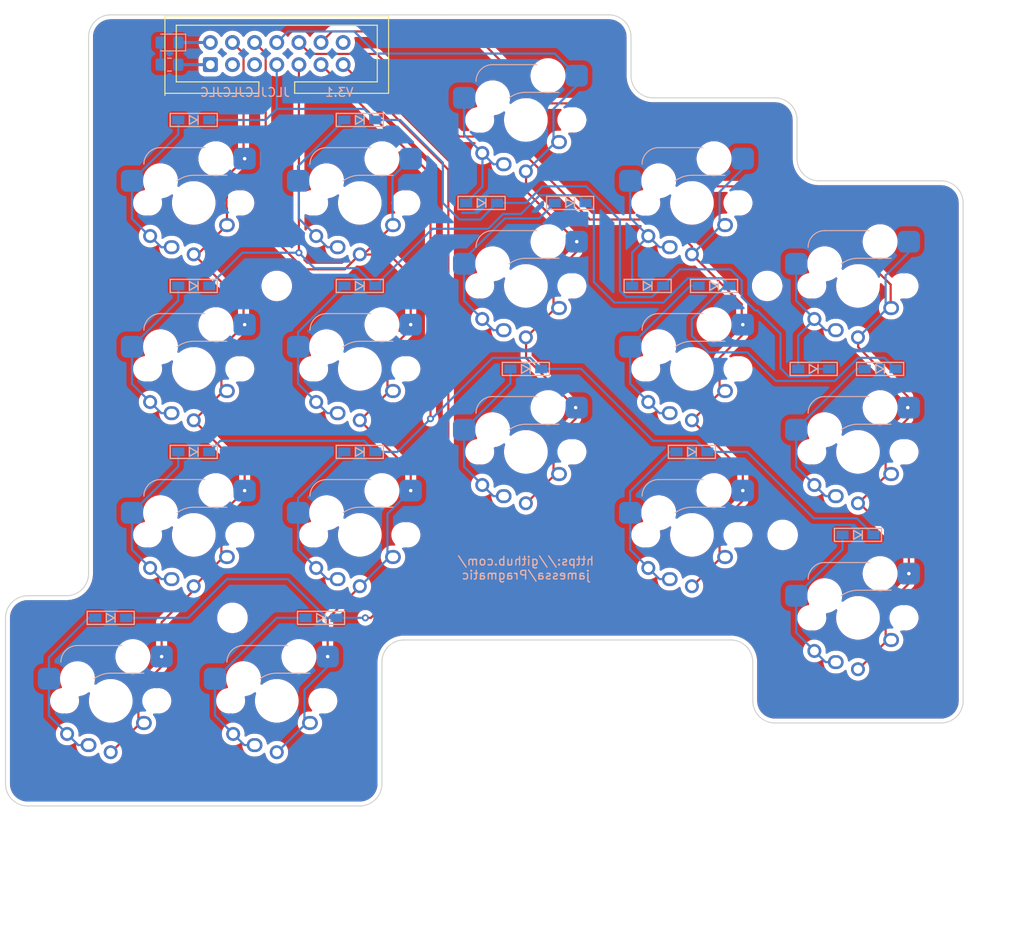
<source format=kicad_pcb>
(kicad_pcb (version 20211014) (generator pcbnew)
  (title_block (title "Pragmatic 34 input module") (date "2022-06-16") (rev "3.1") (company "James Sa"))
  (layers (0 "F.Cu" signal) (31 "B.Cu" signal) (34 "B.Paste" user) (35 "F.Paste" user) (36 "B.SilkS" user "B.Silkscreen") (37 "F.SilkS" user "F.Silkscreen") (38 "B.Mask" user) (39 "F.Mask" user) (44 "Edge.Cuts" user))
  (net 0 "")
  (net 1 "Net-(D1-Pad2)")
  (net 3 "Net-(D2-Pad2)")
  (net 4 "Col1")
  (net 5 "Net-(D7-Pad2)")
  (net 7 "Net-(D8-Pad2)")
  (net 8 "VCC")
  (net 9 "Col3")
  (net 10 "Col2")
  (net 11 "Row3")
  (net 12 "GND")
  (net 13 "Row4")
  (net 14 "Row5")
  (net 15 "Row6")
  (net 16 "Col5")
  (net 17 "Col4")
  (net 19 "Net-(D3-Pad2)")
  (net 20 "Net-(D4-Pad2)")
  (net 21 "Net-(D5-Pad2)")
  (net 22 "Net-(D6-Pad2)")
  (net 23 "Net-(D9-Pad2)")
  (net 24 "Net-(D10-Pad2)")
  (net 25 "Net-(D11-Pad2)")
  (net 26 "Net-(D12-Pad2)")
  (net 27 "Net-(D13-Pad2)")
  (net 28 "Net-(D14-Pad2)")
  (net 29 "Net-(D15-Pad2)")
  (net 30 "Net-(D16-Pad2)")
  (net 31 "Net-(D17-Pad2)")
  (net 32 "Net-(D18-Pad2)")
  (footprint "MountingHole:MountingHole_2.5mm" (layer "F.Cu") (at 76.2 66.675)
    (fp_text reference "H1")
    (fp_text value "MountingHole")
  )
  (footprint "MountingHole:MountingHole_2.5mm" (layer "F.Cu") (at 132.461 66.675)
    (fp_text reference "H2")
    (fp_text value "MountingHole")
  )
  (footprint "MountingHole:MountingHole_2.5mm" (layer "F.Cu") (at 71.12 104.775)
    (fp_text reference "H3")
    (fp_text value "MountingHole")
  )
  (footprint "MountingHole:MountingHole_2.5mm" (layer "F.Cu") (at 134.239 95.25)
    (fp_text reference "H4")
    (fp_text value "MountingHole")
  )
  (footprint "Connector_IDC:IDC-Header_2x07_P2.54mm_Vertical" (layer "F.Cu") (at 68.58 41.275 90)
    (fp_text reference "J1" hide)
    (fp_text value "Hand-Soldering")
  )
  (footprint "Pragmatic:Logo" (layer "F.Cu") (at 104.775 99.06)
    (fp_text reference "REF**" hide)
    (fp_text value "Logo" hide)
  )
  (footprint "Keyboard_Foostan:D3_SMD_v2" (layer "B.Cu") (at 66.675 47.625 180)
    (fp_text reference "D1" hide)
    (fp_text value "1N4148" hide)
  )
  (footprint "Keyboard_Foostan:D3_SMD_v2" (layer "B.Cu") (at 85.725 66.675 180)
    (fp_text reference "D7" hide)
    (fp_text value "1N4148" hide)
  )
  (footprint "Keyboard_Foostan:D3_SMD_v2" (layer "B.Cu") (at 109.855 57.15 180)
    (fp_text reference "D8" hide)
    (fp_text value "1N4148" hide)
  )
  (footprint "Keyboard_JSA:MX_Hotswap_MX_Choc_Solder" (layer "B.Cu") (at 66.675 57.15 180)
    (fp_text reference "SW1" hide)
    (fp_text value "SW_Push" hide)
  )
  (footprint "Keyboard_JSA:MX_Hotswap_MX_Choc_Solder" (layer "B.Cu") (at 85.725 76.2 180)
    (fp_text reference "SW7" hide)
    (fp_text value "SW_Push" hide)
  )
  (footprint "Keyboard_JSA:MX_Hotswap_MX_Choc_Solder" (layer "B.Cu") (at 104.775 66.675 180)
    (fp_text reference "SW8" hide)
    (fp_text value "SW_Push" hide)
  )
  (footprint "Keyboard_Foostan:D3_SMD_v2" (layer "B.Cu") (at 85.725 47.625 180)
    (fp_text reference "D2" hide)
    (fp_text value "1N4148" hide)
  )
  (footprint "Keyboard_JSA:MX_Hotswap_MX_Choc_Solder" (layer "B.Cu") (at 85.725 57.15 180)
    (fp_text reference "SW2" hide)
    (fp_text value "SW_Push" hide)
  )
  (footprint "Keyboard_Foostan:D3_SMD_v2" (layer "B.Cu") (at 99.695 57.15 180)
    (fp_text reference "D3" hide)
    (fp_text value "1N4148" hide)
  )
  (footprint "Keyboard_Foostan:D3_SMD_v2" (layer "B.Cu") (at 118.745 66.675 180)
    (fp_text reference "D4" hide)
    (fp_text value "1N4148" hide)
  )
  (footprint "Keyboard_Foostan:D3_SMD_v2" (layer "B.Cu") (at 137.795 76.2 180)
    (fp_text reference "D5" hide)
    (fp_text value "1N4148" hide)
  )
  (footprint "Keyboard_Foostan:D3_SMD_v2" (layer "B.Cu") (at 66.675 66.675 180)
    (fp_text reference "D6" hide)
    (fp_text value "1N4148" hide)
  )
  (footprint "Keyboard_Foostan:D3_SMD_v2" (layer "B.Cu") (at 126.365 66.675 180)
    (fp_text reference "D9" hide)
    (fp_text value "1N4148" hide)
  )
  (footprint "Keyboard_Foostan:D3_SMD_v2" (layer "B.Cu") (at 145.415 76.2 180)
    (fp_text reference "D10" hide)
    (fp_text value "1N4148" hide)
  )
  (footprint "Keyboard_Foostan:D3_SMD_v2" (layer "B.Cu") (at 66.675 85.725 180)
    (fp_text reference "D11" hide)
    (fp_text value "1N4148" hide)
  )
  (footprint "Keyboard_Foostan:D3_SMD_v2" (layer "B.Cu") (at 85.725 85.725 180)
    (fp_text reference "D12" hide)
    (fp_text value "1N4148" hide)
  )
  (footprint "Keyboard_Foostan:D3_SMD_v2" (layer "B.Cu") (at 104.775 76.2 180)
    (fp_text reference "D13" hide)
    (fp_text value "1N4148" hide)
  )
  (footprint "Keyboard_Foostan:D3_SMD_v2" (layer "B.Cu") (at 123.825 85.725 180)
    (fp_text reference "D14" hide)
    (fp_text value "1N4148" hide)
  )
  (footprint "Keyboard_Foostan:D3_SMD_v2" (layer "B.Cu") (at 142.875 95.25 180)
    (fp_text reference "D15" hide)
    (fp_text value "1N4148" hide)
  )
  (footprint "Keyboard_Foostan:D3_SMD_v2" (layer "B.Cu") (at 57.15 104.775 180)
    (fp_text reference "D16" hide)
    (fp_text value "1N4148" hide)
  )
  (footprint "Keyboard_Foostan:D3_SMD_v2" (layer "B.Cu") (at 81.28 104.775 180)
    (fp_text reference "D17" hide)
    (fp_text value "1N4148" hide)
  )
  (footprint "LED_SMD:LED_0805_2012Metric_Pad1.15x1.40mm_HandSolder" (layer "B.Cu") (at 63.89 38.735 180)
    (fp_text reference "D18" hide)
    (fp_text value "White LED")
  )
  (footprint "Keyboard_JSA:MX_Hotswap_MX_Choc_Solder" (layer "B.Cu") (at 104.775 47.625 180)
    (fp_text reference "SW3" hide)
    (fp_text value "SW_Push" hide)
  )
  (footprint "Keyboard_JSA:MX_Hotswap_MX_Choc_Solder" (layer "B.Cu") (at 123.825 57.15 180)
    (fp_text reference "SW4" hide)
    (fp_text value "SW_Push" hide)
  )
  (footprint "Keyboard_JSA:MX_Hotswap_MX_Choc_Solder" (layer "B.Cu") (at 142.875 66.675 180)
    (fp_text reference "SW5" hide)
    (fp_text value "SW_Push" hide)
  )
  (footprint "Keyboard_JSA:MX_Hotswap_MX_Choc_Solder" (layer "B.Cu") (at 66.675 76.2 180)
    (fp_text reference "SW6" hide)
    (fp_text value "SW_Push" hide)
  )
  (footprint "Keyboard_JSA:MX_Hotswap_MX_Choc_Solder" (layer "B.Cu") (at 123.825 76.2 180)
    (fp_text reference "SW9" hide)
    (fp_text value "SW_Push" hide)
  )
  (footprint "Keyboard_JSA:MX_Hotswap_MX_Choc_Solder" (layer "B.Cu") (at 142.875 85.725 180)
    (fp_text reference "SW10" hide)
    (fp_text value "SW_Push" hide)
  )
  (footprint "Keyboard_JSA:MX_Hotswap_MX_Choc_Solder" (layer "B.Cu") (at 66.675 95.25 180)
    (fp_text reference "SW11" hide)
    (fp_text value "SW_Push" hide)
  )
  (footprint "Keyboard_JSA:MX_Hotswap_MX_Choc_Solder" (layer "B.Cu") (at 85.725 95.25 180)
    (fp_text reference "SW12" hide)
    (fp_text value "SW_Push" hide)
  )
  (footprint "Keyboard_JSA:MX_Hotswap_MX_Choc_Solder" (layer "B.Cu") (at 104.775 85.725 180)
    (fp_text reference "SW13" hide)
    (fp_text value "SW_Push" hide)
  )
  (footprint "Keyboard_JSA:MX_Hotswap_MX_Choc_Solder" (layer "B.Cu") (at 123.825 95.25 180)
    (fp_text reference "SW14" hide)
    (fp_text value "SW_Push" hide)
  )
  (footprint "Keyboard_JSA:MX_Hotswap_MX_Choc_Solder" (layer "B.Cu") (at 142.875 104.775 180)
    (fp_text reference "SW15" hide)
    (fp_text value "SW_Push" hide)
  )
  (footprint "Keyboard_JSA:MX_Hotswap_MX_Choc_Solder" (layer "B.Cu") (at 57.15 114.3 180)
    (fp_text reference "SW16" hide)
    (fp_text value "SW_Push" hide)
  )
  (footprint "Keyboard_JSA:MX_Hotswap_MX_Choc_Solder" (layer "B.Cu") (at 76.2 114.3 180)
    (fp_text reference "SW17" hide)
    (fp_text value "SW_Push" hide)
  )
  (footprint "Resistor_SMD:R_0805_2012Metric_Pad1.20x1.40mm_HandSolder" (layer "B.Cu") (at 63.89 41.275 180)
    (fp_text reference "R1")
    (fp_text value "1.5K 1/8W")
  )
  (gr_arc (start 152.4 54.61) (mid 154.196051 55.353949) (end 154.94 57.15) (layer "Edge.Cuts") (width 0.12))
  (gr_line (start 135.89 52.07) (end 135.89 47.625) (layer "Edge.Cuts") (width 0.12))
  (gr_arc (start 54.61 99.695) (mid 53.866051 101.491051) (end 52.07 102.235) (layer "Edge.Cuts") (width 0.12))
  (gr_arc (start 114.3 35.56) (mid 116.096051 36.303949) (end 116.84 38.1) (layer "Edge.Cuts") (width 0.12))
  (gr_arc (start 128.27 107.315) (mid 130.066051 108.058949) (end 130.81 109.855) (layer "Edge.Cuts") (width 0.12))
  (gr_line (start 133.35 116.84) (end 152.4 116.84) (layer "Edge.Cuts") (width 0.12))
  (gr_arc (start 47.625 126.365) (mid 45.828949 125.621051) (end 45.085 123.825) (layer "Edge.Cuts") (width 0.12))
  (gr_line (start 128.27 107.315) (end 90.805 107.315) (layer "Edge.Cuts") (width 0.12))
  (gr_line (start 154.94 114.3) (end 154.94 57.15) (layer "Edge.Cuts") (width 0.12))
  (gr_arc (start 54.61 38.1) (mid 55.353949 36.303949) (end 57.15 35.56) (layer "Edge.Cuts") (width 0.12))
  (gr_line (start 45.085 104.775) (end 45.085 107.315) (layer "Edge.Cuts") (width 0.12))
  (gr_arc (start 88.265 123.825) (mid 87.521051 125.621051) (end 85.725 126.365) (layer "Edge.Cuts") (width 0.12))
  (gr_line (start 85.725 126.365) (end 50.165 126.365) (layer "Edge.Cuts") (width 0.12))
  (gr_line (start 45.085 123.825) (end 45.085 107.315) (layer "Edge.Cuts") (width 0.12))
  (gr_line (start 47.625 126.365) (end 50.165 126.365) (layer "Edge.Cuts") (width 0.12))
  (gr_arc (start 138.43 54.61) (mid 136.633949 53.866051) (end 135.89 52.07) (layer "Edge.Cuts") (width 0.12))
  (gr_line (start 116.84 38.1) (end 116.84 42.545) (layer "Edge.Cuts") (width 0.12))
  (gr_arc (start 119.38 45.085) (mid 117.583949 44.341051) (end 116.84 42.545) (layer "Edge.Cuts") (width 0.12))
  (gr_line (start 119.38 45.085) (end 133.35 45.085) (layer "Edge.Cuts") (width 0.12))
  (gr_line (start 95.25 35.56) (end 57.15 35.56) (layer "Edge.Cuts") (width 0.12))
  (gr_line (start 54.61 38.1) (end 54.61 99.695) (layer "Edge.Cuts") (width 0.12))
  (gr_arc (start 133.35 116.84) (mid 131.553949 116.096051) (end 130.81 114.3) (layer "Edge.Cuts") (width 0.12))
  (gr_line (start 130.81 109.855) (end 130.81 114.3) (layer "Edge.Cuts") (width 0.12))
  (gr_line (start 114.3 35.56) (end 95.25 35.56) (layer "Edge.Cuts") (width 0.12))
  (gr_arc (start 88.265 109.855) (mid 89.008949 108.058949) (end 90.805 107.315) (layer "Edge.Cuts") (width 0.12))
  (gr_arc (start 45.085 104.775) (mid 45.828949 102.978949) (end 47.625 102.235) (layer "Edge.Cuts") (width 0.12))
  (gr_line (start 52.07 102.235) (end 47.625 102.235) (layer "Edge.Cuts") (width 0.12))
  (gr_line (start 88.265 123.825) (end 88.265 109.855) (layer "Edge.Cuts") (width 0.12))
  (gr_arc (start 154.94 114.3) (mid 154.196051 116.096051) (end 152.4 116.84) (layer "Edge.Cuts") (width 0.12))
  (gr_arc (start 133.35 45.085) (mid 135.146051 45.828949) (end 135.89 47.625) (layer "Edge.Cuts") (width 0.12))
  (gr_line (start 152.4 54.61) (end 138.43 54.61) (layer "Edge.Cuts") (width 0.12))
  (gr_text "https://github.com/\njamessa/Pragmatic" (at 104.775 99.06) (layer "B.SilkS") (effects (font (size 1 1)) (justify mirror)))
  (gr_text "김" (at 113.665 95.885) (layer "B.SilkS") (effects (font (size 1 1)) (justify mirror)))
  (gr_text "V3.1" (at 85.09 44.45) (layer "B.SilkS") (effects (font (size 1 1)) (justify left mirror)))
  (gr_text "JLCJLCJLCJLC" (at 67.31 44.45) (layer "B.SilkS") (effects (font (size 1.016 1)) (justify right mirror)))
  (gr_text "김" (at 113.03 95.885) (layer "B.SilkS") (effects (font (size 1.5 1.5)) (justify mirror)))
  (segment (start 59.59 54.61) (end 59.59 58.955) (width 0.25) (layer "B.Cu") (net 1))
  (segment (start 59.59 58.955) (end 61.595 60.96) (width 0.25) (layer "B.Cu") (net 1))
  (segment (start 64.9 49.3) (end 59.59 54.61) (width 0.25) (layer "B.Cu") (net 1))
  (segment (start 64.9 47.625) (end 64.9 49.3) (width 0.25) (layer "B.Cu") (net 1))
  (segment (start 61.675 60.95) (end 62.955 62.23) (width 0.25) (layer "B.Cu") (net 1))
  (segment (start 62.955 62.23) (end 64.135 62.23) (width 0.25) (layer "B.Cu") (net 1))
  (segment (start 78.74 58.95) (end 78.74 54.71) (width 0.25) (layer "B.Cu") (net 3))
  (segment (start 82.005 62.23) (end 83.185 62.23) (width 0.25) (layer "B.Cu") (net 3))
  (segment (start 80.725 60.95) (end 82.005 62.23) (width 0.25) (layer "B.Cu") (net 3))
  (segment (start 78.64 54.61) (end 78.64 52.935) (width 0.25) (layer "B.Cu") (net 3))
  (segment (start 78.64 52.935) (end 83.95 47.625) (width 0.25) (layer "B.Cu") (net 3))
  (segment (start 80.75 60.96) (end 78.74 58.95) (width 0.25) (layer "B.Cu") (net 3))
  (segment (start 60.325 117.075) (end 57.175 120.225) (width 0.25) (layer "F.Cu") (net 4))
  (segment (start 60.325 113.03) (end 60.325 117.075) (width 0.25) (layer "F.Cu") (net 4))
  (segment (start 69.85 92.837) (end 69.85 98.025) (width 0.25) (layer "F.Cu") (net 4))
  (segment (start 72.517 71.12) (end 69.85 73.787) (width 0.25) (layer "F.Cu") (net 4))
  (segment (start 70.485 54.102) (end 70.485 56.546843) (width 0.25) (layer "F.Cu") (net 4))
  (segment (start 69.85 98.025) (end 66.7 101.175) (width 0.25) (layer "F.Cu") (net 4))
  (segment (start 72.39 51.943) (end 72.517 52.07) (width 0.25) (layer "F.Cu") (net 4))
  (segment (start 70.430479 56.601364) (end 70.430479 57.698636) (width 0.25) (layer "F.Cu") (net 4))
  (segment (start 70.485 56.546843) (end 70.430479 56.601364) (width 0.25) (layer "F.Cu") (net 4))
  (segment (start 66.7 63.075) (end 72.39 68.765) (width 0.25) (layer "F.Cu") (net 4))
  (segment (start 72.39 68.765) (end 72.39 71.12) (width 0.25) (layer "F.Cu") (net 4))
  (segment (start 62.992 110.363) (end 60.325 113.03) (width 0.25) (layer "F.Cu") (net 4))
  (segment (start 69.85 78.975) (end 66.7 82.125) (width 0.25) (layer "F.Cu") (net 4))
  (segment (start 70.430479 57.698636) (end 70.485 57.753157) (width 0.25) (layer "F.Cu") (net 4))
  (segment (start 72.517 87.942) (end 72.517 90.17) (width 0.25) (layer "F.Cu") (net 4))
  (segment (start 72.517 90.17) (end 69.85 92.837) (width 0.25) (layer "F.Cu") (net 4))
  (segment (start 72.517 52.07) (end 70.485 54.102) (width 0.25) (layer "F.Cu") (net 4))
  (segment (start 69.85 73.787) (end 69.85 78.975) (width 0.25) (layer "F.Cu") (net 4))
  (segment (start 66.7 82.125) (end 72.517 87.942) (width 0.25) (layer "F.Cu") (net 4))
  (segment (start 62.992 109.22) (end 62.992 110.363) (width 0.25) (layer "F.Cu") (net 4))
  (segment (start 70.485 59.69) (end 67.1 63.075) (width 0.25) (layer "F.Cu") (net 4))
  (segment (start 72.39 71.12) (end 72.517 71.12) (width 0.25) (layer "F.Cu") (net 4))
  (segment (start 66.7 101.575) (end 62.992 105.283) (width 0.25) (layer "F.Cu") (net 4))
  (segment (start 72.39 40.005) (end 72.39 51.943) (width 0.25) (layer "F.Cu") (net 4))
  (segment (start 66.7 101.175) (end 66.7 101.575) (width 0.25) (layer "F.Cu") (net 4))
  (segment (start 62.992 105.283) (end 62.992 109.22) (width 0.25) (layer "F.Cu") (net 4))
  (segment (start 70.485 57.753157) (end 70.485 59.69) (width 0.25) (layer "F.Cu") (net 4))
  (segment (start 71.12 38.735) (end 72.39 40.005) (width 0.25) (layer "F.Cu") (net 4))
  (via (at 72.517 71.12) (size 0.8) (drill 0.4) (layers "F.Cu" "B.Cu") (net 4))
  (via (at 72.517 90.17) (size 0.8) (drill 0.4) (layers "F.Cu" "B.Cu") (net 4))
  (via (at 62.992 109.22) (size 0.8) (drill 0.4) (layers "F.Cu" "B.Cu") (net 4))
  (via (at 72.517 52.07) (size 0.8) (drill 0.4) (layers "F.Cu" "B.Cu") (net 4))
  (segment (start 78.64 73.66) (end 78.64 71.985) (width 0.25) (layer "B.Cu") (net 5))
  (segment (start 82.005 81.28) (end 83.185 81.28) (width 0.25) (layer "B.Cu") (net 5))
  (segment (start 80.75 80.01) (end 78.64 77.9) (width 0.25) (layer "B.Cu") (net 5))
  (segment (start 80.725 80) (end 82.005 81.28) (width 0.25) (layer "B.Cu") (net 5))
  (segment (start 78.64 71.985) (end 83.95 66.675) (width 0.25) (layer "B.Cu") (net 5))
  (segment (start 78.64 77.9) (end 78.64 73.66) (width 0.25) (layer "B.Cu") (net 5))
  (segment (start 97.69 64.135) (end 97.69 68.375) (width 0.25) (layer "B.Cu") (net 7))
  (segment (start 97.69 68.375) (end 99.8 70.485) (width 0.25) (layer "B.Cu") (net 7))
  (segment (start 98.314026 62.975974) (end 98.314026 64.135) (width 0.25) (layer "B.Cu") (net 7))
  (segment (start 108.08 57.15) (end 106.306489 58.923511) (width 0.25) (layer "B.Cu") (net 7))
  (segment (start 101.055 71.755) (end 102.235 71.755) (width 0.25) (layer "B.Cu") (net 7))
  (segment (start 106.306489 58.923511) (end 102.366489 58.923511) (width 0.25) (layer "B.Cu") (net 7))
  (segment (start 99.775 70.475) (end 101.055 71.755) (width 0.25) (layer "B.Cu") (net 7))
  (segment (start 102.366489 58.923511) (end 98.314026 62.975974) (width 0.25) (layer "B.Cu") (net 7))
  (segment (start 64.89 41.275) (end 68.58 41.275) (width 0.3556) (layer "B.Cu") (net 8))
  (segment (start 107.95 88.5) (end 104.8 91.65) (width 0.25) (layer "F.Cu") (net 9))
  (segment (start 104.8 55.778) (end 104.8 53.55) (width 0.25) (layer "F.Cu") (net 9))
  (segment (start 110.617 61.595) (end 110.617 62.738) (width 0.25) (layer "F.Cu") (net 9))
  (segment (start 110.617 61.595) (end 104.8 55.778) (width 0.25) (layer "F.Cu") (net 9))
  (segment (start 104.8 72.6) (end 104.8 74.955) (width 0.25) (layer "F.Cu") (net 9))
  (segment (start 107.95 65.405) (end 107.95 69.45) (width 0.25) (layer "F.Cu") (net 9))
  (segment (start 110.49 81.915) (end 107.95 84.455) (width 0.25) (layer "F.Cu") (net 9))
  (segment (start 104.8 74.955) (end 110.49 80.645) (width 0.25) (layer "F.Cu") (net 9))
  (segment (start 107.95 69.45) (end 104.8 72.6) (width 0.25) (layer "F.Cu") (net 9))
  (segment (start 110.49 80.645) (end 110.49 81.915) (width 0.25) (layer "F.Cu") (net 9))
  (segment (start 107.95 84.455) (end 107.95 88.5) (width 0.25) (layer "F.Cu") (net 9))
  (segment (start 110.617 62.738) (end 107.95 65.405) (width 0.25) (layer "F.Cu") (net 9))
  (via (at 110.617 61.595) (size 0.8) (drill 0.4) (layers "F.Cu" "B.Cu") (net 9))
  (via (at 110.49 80.645) (size 0.8) (drill 0.4) (layers "F.Cu" "B.Cu") (net 9))
  (segment (start 110.617 43.688) (end 107.95 46.355) (width 0.25) (layer "B.Cu") (net 9))
  (segment (start 108.077 40.005) (end 110.617 42.545) (width 0.25) (layer "B.Cu") (net 9))
  (segment (start 76.2 38.735) (end 77.47 37.465) (width 0.25) (layer "B.Cu") (net 9))
  (segment (start 107.95 50.4) (end 104.8 53.55) (width 0.25) (layer "B.Cu") (net 9))
  (segment (start 110.617 42.545) (end 110.617 43.688) (width 0.25) (layer "B.Cu") (net 9))
  (segment (start 85.09 37.465) (end 87.63 40.005) (width 0.25) (layer "B.Cu") (net 9))
  (segment (start 87.63 40.005) (end 108.077 40.005) (width 0.25) (layer "B.Cu") (net 9))
  (segment (start 77.47 37.465) (end 85.09 37.465) (width 0.25) (layer "B.Cu") (net 9))
  (segment (start 107.95 46.355) (end 107.95 50.4) (width 0.25) (layer "B.Cu") (net 9))
  (segment (start 91.567 71.628) (end 91.567 71.12) (width 0.25) (layer "F.Cu") (net 10))
  (segment (start 82.042 104.883) (end 82.042 109.22) (width 0.25) (layer "F.Cu") (net 10))
  (segment (start 74.93 40.005) (end 74.93 60.325) (width 0.25) (layer "F.Cu") (net 10))
  (segment (start 79.375 64.77) (end 84.005 64.77) (width 0.25) (layer "F.Cu") (net 10))
  (segment (start 91.567 87.942) (end 85.75 82.125) (width 0.25) (layer "F.Cu") (net 10))
  (segment (start 91.567 71.12) (end 91.567 65.532) (width 0.25) (layer "F.Cu") (net 10))
  (segment (start 88.9 78.975) (end 88.9 74.295) (width 0.25) (layer "F.Cu") (net 10))
  (segment (start 84.005 64.77) (end 85.725 63.05) (width 0.25) (layer "F.Cu") (net 10))
  (segment (start 88.9 74.295) (end 91.567 71.628) (width 0.25) (layer "F.Cu") (net 10))
  (segment (start 91.567 65.532) (end 89.11 63.075) (width 0.25) (layer "F.Cu") (net 10))
  (segment (start 85.75 82.125) (end 88.9 78.975) (width 0.25) (layer "F.Cu") (net 10))
  (segment (start 85.75 101.175) (end 82.042 104.883) (width 0.25) (layer "F.Cu") (net 10))
  (segment (start 89.11 63.075) (end 85.75 63.075) (width 0.25) (layer "F.Cu") (net 10))
  (segment (start 91.567 90.17) (end 91.567 87.942) (width 0.25) (layer "F.Cu") (net 10))
  (segment (start 73.66 38.735) (end 74.93 40.005) (width 0.25) (layer "F.Cu") (net 10))
  (segment (start 86.175 63.05) (end 89.535 59.69) (width 0.25) (layer "F.Cu") (net 10))
  (segment (start 74.93 60.325) (end 79.375 64.77) (width 0.25) (layer "F.Cu") (net 10))
  (via (at 91.567 90.17) (size 0.8) (drill 0.4) (layers "F.Cu" "B.Cu") (net 10))
  (via (at 82.042 109.22) (size 0.8) (drill 0.4) (layers "F.Cu" "B.Cu") (net 10))
  (via (at 91.567 71.12) (size 0.8) (drill 0.4) (layers "F.Cu" "B.Cu") (net 10))
  (segment (start 85.75 101.175) (end 88.9 98.025) (width 0.25) (layer "B.Cu") (net 10))
  (segment (start 88.9 92.837) (end 91.567 90.17) (width 0.25) (layer "B.Cu") (net 10))
  (segment (start 82.042 109.22) (end 82.042 110.363) (width 0.25) (layer "B.Cu") (net 10))
  (segment (start 79.375 113.03) (end 79.375 117.075) (width 0.25) (layer "B.Cu") (net 10))
  (segment (start 79.375 117.075) (end 76.225 120.225) (width 0.25) (layer "B.Cu") (net 10))
  (segment (start 89.480479 54.156521) (end 91.567 52.07) (width 0.25) (layer "B.Cu") (net 10))
  (segment (start 82.042 110.363) (end 79.375 113.03) (width 0.25) (layer "B.Cu") (net 10))
  (segment (start 89.480479 59.635479) (end 89.480479 54.156521) (width 0.25) (layer "B.Cu") (net 10))
  (segment (start 88.9 98.025) (end 88.9 92.837) (width 0.25) (layer "B.Cu") (net 10))
  (segment (start 120.52 66.675) (end 122.425 64.77) (width 0.25) (layer "B.Cu") (net 11))
  (segment (start 137.098511 77.078511) (end 137.977022 76.2) (width 0.25) (layer "B.Cu") (net 11))
  (segment (start 137.977022 76.2) (end 139.57 76.2) (width 0.25) (layer "B.Cu") (net 11))
  (segment (start 111.682022 55.245) (end 115.57 59.132978) (width 0.25) (layer "B.Cu") (net 11))
  (segment (start 95.25 52.522978) (end 95.25 57.15) (width 0.25) (layer "B.Cu") (net 11))
  (segment (start 97.155 59.055) (end 99.565 59.055) (width 0.25) (layer "B.Cu") (net 11))
  (segment (start 115.57 59.132978) (end 115.57 67.232022) (width 0.25) (layer "B.Cu") (net 11))
  (segment (start 115.57 67.232022) (end 116.282978 67.945) (width 0.25) (layer "B.Cu") (net 11))
  (segment (start 106.68 55.245) (end 111.682022 55.245) (width 0.25) (layer "B.Cu") (net 11))
  (segment (start 76.2 46.355) (end 86.23 46.355) (width 0.25) (layer "B.Cu") (net 11))
  (segment (start 128.27 64.77) (end 129.54 66.04) (width 0.25) (layer "B.Cu") (net 11))
  (segment (start 86.23 46.355) (end 87.5 47.625) (width 0.25) (layer "B.Cu") (net 11))
  (segment (start 74.93 47.625) (end 68.45 47.625) (width 0.25) (layer "B.Cu") (net 11))
  (segment (start 104.775 57.15) (end 106.68 55.245) (width 0.25) (layer "B.Cu") (net 11))
  (segment (start 76.2 41.275) (end 76.2 46.355) (width 0.25) (layer "B.Cu") (net 11))
  (segment (start 95.25 57.15) (end 97.155 59.055) (width 0.25) (layer "B.Cu") (net 11))
  (segment (start 133.985 72.155978) (end 133.985 76.122022) (width 0.25) (layer "B.Cu") (net 11))
  (segment (start 90.352022 47.625) (end 95.25 52.522978) (width 0.25) (layer "B.Cu") (net 11))
  (segment (start 76.2 46.355) (end 74.93 47.625) (width 0.25) (layer "B.Cu") (net 11))
  (segment (start 129.54 66.04) (end 129.54 67.945) (width 0.25) (layer "B.Cu") (net 11))
  (segment (start 101.47 57.15) (end 104.775 57.15) (width 0.25) (layer "B.Cu") (net 11))
  (segment (start 116.282978 67.945) (end 119.25 67.945) (width 0.25) (layer "B.Cu") (net 11))
  (segment (start 87.5 47.625) (end 90.352022 47.625) (width 0.25) (layer "B.Cu") (net 11))
  (segment (start 119.25 67.945) (end 120.52 66.675) (width 0.25) (layer "B.Cu") (net 11))
  (segment (start 131.320511 69.491489) (end 133.985 72.155978) (width 0.25) (layer "B.Cu") (net 11))
  (segment (start 129.54 67.945) (end 131.086489 69.491489) (width 0.25) (layer "B.Cu") (net 11))
  (segment (start 134.941489 77.078511) (end 137.098511 77.078511) (width 0.25) (layer "B.Cu") (net 11))
  (segment (start 122.425 64.77) (end 128.27 64.77) (width 0.25) (layer "B.Cu") (net 11))
  (segment (start 133.985 76.122022) (end 134.941489 77.078511) (width 0.25) (layer "B.Cu") (net 11))
  (segment (start 131.086489 69.491489) (end 131.320511 69.491489) (width 0.25) (layer "B.Cu") (net 11))
  (segment (start 99.565 59.055) (end 101.47 57.15) (width 0.25) (layer "B.Cu") (net 11))
  (segment (start 68.58 38.735) (end 64.915 38.735) (width 0.3556) (layer "B.Cu") (net 12))
  (segment (start 78.74 41.275) (end 78.74 62.865) (width 0.25) (layer "F.Cu") (net 13))
  (via (at 78.74 62.865) (size 0.8) (drill 0.4) (layers "F.Cu" "B.Cu") (net 13))
  (segment (start 106.365583 56.271489) (end 110.751489 56.271489) (width 0.25) (layer "B.Cu") (net 13))
  (segment (start 123.355533 65.796489) (end 120.572022 68.58) (width 0.25) (layer "B.Cu") (net 13))
  (segment (start 123.825 72.39) (end 125.73 74.295) (width 0.25) (layer "B.Cu") (net 13))
  (segment (start 123.825 70.485) (end 123.825 72.39) (width 0.25) (layer "B.Cu") (net 13))
  (segment (start 128.14 66.675) (end 127.635 66.675) (width 0.25) (layer "B.Cu") (net 13))
  (segment (start 72.26 62.865) (end 78.74 62.865) (width 0.25) (layer "B.Cu") (net 13))
  (segment (start 87.5 66.675) (end 85.463511 64.638511) (width 0.25) (layer "B.Cu") (net 13))
  (segment (start 127.635 66.675) (end 123.825 70.485) (width 0.25) (layer "B.Cu") (net 13))
  (segment (start 100.461489 60.116439) (end 102.157928 58.42) (width 0.25) (layer "B.Cu") (net 13))
  (segment (start 120.572022 68.58) (end 114.935 68.58) (width 0.25) (layer "B.Cu") (net 13))
  (segment (start 111.83 57.15) (end 111.63 57.15) (width 0.25) (layer "B.Cu") (net 13))
  (segment (start 133.462022 77.582022) (end 140.222978 77.582022) (width 0.25) (layer "B.Cu") (net 13))
  (segment (start 85.463511 64.638511) (end 80.513511 64.638511) (width 0.25) (layer "B.Cu") (net 13))
  (segment (start 112.58 66.225) (end 112.58 57.9) (width 0.25) (layer "B.Cu") (net 13))
  (segment (start 128.14 66.675) (end 127.261489 65.796489) (width 0.25) (layer "B.Cu") (net 13))
  (segment (start 94.058561 60.116439) (end 100.461489 60.116439) (width 0.25) (layer "B.Cu") (net 13))
  (segment (start 68.45 66.675) (end 72.26 62.865) (width 0.25) (layer "B.Cu") (net 13))
  (segment (start 127.261489 65.796489) (end 123.355533 65.796489) (width 0.25) (layer "B.Cu") (net 13))
  (segment (start 87.5 66.675) (end 94.058561 60.116439) (width 0.25) (layer "B.Cu") (net 13))
  (segment (start 125.73 74.295) (end 130.175 74.295) (width 0.25) (layer "B.Cu") (net 13))
  (segment (start 130.175 74.295) (end 133.462022 77.582022) (width 0.25) (layer "B.Cu") (net 13))
  (segment (start 80.513511 64.638511) (end 78.74 62.865) (width 0.25) (layer "B.Cu") (net 13))
  (segment (start 140.222978 77.582022) (end 142.875 74.93) (width 0.25) (layer "B.Cu") (net 13))
  (segment (start 110.751489 56.271489) (end 111.63 57.15) (width 0.25) (layer "B.Cu") (net 13))
  (segment (start 142.875 74.93) (end 145.92 74.93) (width 0.25) (layer "B.Cu") (net 13))
  (segment (start 102.157928 58.42) (end 104.217072 58.42) (width 0.25) (layer "B.Cu") (net 13))
  (segment (start 114.935 68.58) (end 112.58 66.225) (width 0.25) (layer "B.Cu") (net 13))
  (segment (start 145.92 74.93) (end 147.19 76.2) (width 0.25) (layer "B.Cu") (net 13))
  (segment (start 112.58 57.9) (end 111.83 57.15) (width 0.25) (layer "B.Cu") (net 13))
  (segment (start 104.217072 58.42) (end 106.365583 56.271489) (width 0.25) (layer "B.Cu") (net 13))
  (segment (start 93.8365 53.8315) (end 93.8365 81.915) (width 0.25) (layer "F.Cu") (net 14))
  (segment (start 81.28 41.275) (end 93.8365 53.8315) (width 0.25) (layer "F.Cu") (net 14))
  (via (at 93.8365 81.915) (size 0.8) (drill 0.4) (layers "F.Cu" "B.Cu") (net 14))
  (segment (start 106.55 76.2) (end 111.125 76.2) (width 0.25) (layer "B.Cu") (net 14))
  (segment (start 137.795 93.345) (end 142.745 93.345) (width 0.25) (layer "B.Cu") (net 14))
  (segment (start 86.23 84.455) (end 87.5 85.725) (width 0.25) (layer "B.Cu") (net 14))
  (segment (start 111.125 76.2) (end 119.38 84.455) (width 0.25) (layer "B.Cu") (net 14))
  (segment (start 142.745 93.345) (end 144.65 95.25) (width 0.25) (layer "B.Cu") (net 14))
  (segment (start 87.5 85.725) (end 90.0265 85.725) (width 0.25) (layer "B.Cu") (net 14))
  (segment (start 90.0265 85.725) (end 93.8365 81.915) (width 0.25) (layer "B.Cu") (net 14))
  (segment (start 68.45 85.725) (end 69.72 84.455) (width 0.25) (layer "B.Cu") (net 14))
  (segment (start 124.33 84.455) (end 125.6 85.725) (width 0.25) (layer "B.Cu") (net 14))
  (segment (start 69.72 84.455) (end 86.23 84.455) (width 0.25) (layer "B.Cu") (net 14))
  (segment (start 93.98 81.915) (end 93.8365 81.915) (width 0.25) (layer "B.Cu") (net 14))
  (segment (start 119.38 84.455) (end 124.33 84.455) (width 0.25) (layer "B.Cu") (net 14))
  (segment (start 125.6 85.725) (end 130.175 85.725) (width 0.25) (layer "B.Cu") (net 14))
  (segment (start 106.55 76.2) (end 105.28 74.93) (width 0.25) (layer "B.Cu") (net 14))
  (segment (start 100.965 74.93) (end 93.98 81.915) (width 0.25) (layer "B.Cu") (net 14))
  (segment (start 105.28 74.93) (end 100.965 74.93) (width 0.25) (layer "B.Cu") (net 14))
  (segment (start 130.175 85.725) (end 137.795 93.345) (width 0.25) (layer "B.Cu") (net 14))
  (segment (start 95.885 95.885) (end 86.995 104.775) (width 0.25) (layer "F.Cu") (net 15))
  (segment (start 83.82 41.275) (end 95.885 53.34) (width 0.25) (layer "F.Cu") (net 15))
  (segment (start 86.995 104.775) (end 86.36 104.775) (width 0.25) (layer "F.Cu") (net 15))
  (segment (start 95.885 53.34) (end 95.885 95.885) (width 0.25) (layer "F.Cu") (net 15))
  (via (at 86.36 104.775) (size 0.8) (drill 0.4) (layers "F.Cu" "B.Cu") (net 15))
  (segment (start 77.47 100.33) (end 70.485 100.33) (width 0.25) (layer "B.Cu") (net 15))
  (segment (start 66.04 104.775) (end 58.925 104.775) (width 0.25) (layer "B.Cu") (net 15))
  (segment (start 81.915 104.775) (end 77.47 100.33) (width 0.25) (layer "B.Cu") (net 15))
  (segment (start 86.36 104.775) (end 81.915 104.775) (width 0.25) (layer "B.Cu") (net 15))
  (segment (start 70.485 100.33) (end 66.04 104.775) (width 0.25) (layer "B.Cu") (net 15))
  (segment (start 106.771541 45.72) (end 116.149513 45.72) (width 0.25) (layer "F.Cu") (net 16))
  (segment (start 142.9 73.685) (end 148.59 79.375) (width 0.25) (layer "F.Cu") (net 16))
  (segment (start 148.717 100.838) (end 146.05 103.505) (width 0.25) (layer "F.Cu") (net 16))
  (segment (start 146.630479 69.160479) (end 146.685 69.215) (width 0.25) (layer "F.Cu") (net 16))
  (segment (start 98.516541 37.465) (end 106.771541 45.72) (width 0.25) (layer "F.Cu") (net 16))
  (segment (start 116.149513 45.72) (end 125.674513 55.245) (width 0.25) (layer "F.Cu") (net 16))
  (segment (start 81.28 38.735) (end 82.55 37.465) (width 0.25) (layer "F.Cu") (net 16))
  (segment (start 125.674513 55.245) (end 135.346541 55.245) (width 0.25) (layer "F.Cu") (net 16))
  (segment (start 148.717 99.695) (end 148.717 100.838) (width 0.25) (layer "F.Cu") (net 16))
  (segment (start 146.05 107.55) (end 142.9 110.7) (width 0.25) (layer "F.Cu") (net 16))
  (segment (start 82.55 37.465) (end 98.516541 37.465) (width 0.25) (layer "F.Cu") (net 16))
  (segment (start 146.630479 66.528938) (end 146.630479 69.160479) (width 0.25) (layer "F.Cu") (net 16))
  (segment (start 146.05 103.505) (end 146.05 107.55) (width 0.25) (layer "F.Cu") (net 16))
  (segment (start 148.59 79.375) (end 148.59 80.645) (width 0.25) (layer "F.Cu") (net 16))
  (segment (start 142.9 91.65) (end 146.05 88.5) (width 0.25) (layer "F.Cu") (net 16))
  (segment (start 146.05 84.455) (end 148.59 81.915) (width 0.25) (layer "F.Cu") (net 16))
  (segment (start 143.085 91.65) (end 148.717 97.282) (width 0.25) (layer "F.Cu") (net 16))
  (segment (start 148.717 97.282) (end 148.717 99.695) (width 0.25) (layer "F.Cu") (net 16))
  (segment (start 135.346541 55.245) (end 146.630479 66.528938) (width 0.25) (layer "F.Cu") (net 16))
  (segment (start 142.9 72.6) (end 142.9 73.685) (width 0.25) (layer "F.Cu") (net 16))
  (segment (start 148.59 81.915) (end 148.59 80.645) (width 0.25) (layer "F.Cu") (net 16))
  (segment (start 146.05 88.5) (end 146.05 84.455) (width 0.25) (layer "F.Cu") (net 16))
  (via (at 148.59 80.645) (size 0.8) (drill 0.4) (layers "F.Cu" "B.Cu") (net 16))
  (via (at 148.717 99.695) (size 0.8) (drill 0.4) (layers "F.Cu" "B.Cu") (net 16))
  (segment (start 148.717 61.595) (end 148.717 62.8015) (width 0.25) (layer "B.Cu") (net 16))
  (segment (start 148.717 62.8015) (end 146.05 65.4685) (width 0.25) (layer "B.Cu") (net 16))
  (segment (start 146.05 65.4685) (end 146.05 69.45) (width 0.25) (layer "B.Cu") (net 16))
  (segment (start 146.05 69.45) (end 142.9 72.6) (width 0.25) (layer "B.Cu") (net 16))
  (segment (start 127 78.975) (end 123.85 82.125) (width 0.25) (layer "F.Cu") (net 17))
  (segment (start 123.85 63.075) (end 129.54 68.765) (width 0.25) (layer "F.Cu") (net 17))
  (segment (start 129.667 91.313) (end 129.667 90.17) (width 0.25) (layer "F.Cu") (net 17))
  (segment (start 129.667 72.263) (end 127 74.93) (width 0.25) (layer "F.Cu") (net 17))
  (segment (start 127 98.025) (end 127 93.98) (width 0.25) (layer "F.Cu") (net 17))
  (segment (start 127 93.98) (end 129.667 91.313) (width 0.25) (layer "F.Cu") (net 17))
  (segment (start 129.667 87.942) (end 123.85 82.125) (width 0.25) (layer "F.Cu") (net 17))
  (segment (start 102.584546 49.53) (end 112.109546 59.055) (width 0.25) (layer "F.Cu") (net 17))
  (segment (start 78.74 38.735) (end 80.051489 40.046489) (width 0.25) (layer "F.Cu") (net 17))
  (segment (start 129.54 68.765) (end 129.54 71.755) (width 0.25) (layer "F.Cu") (net 17))
  (segment (start 123.85 101.175) (end 127 98.025) (width 0.25) (layer "F.Cu") (net 17))
  (segment (start 80.051489 40.046489) (end 87.671489 40.046489) (width 0.25) (layer "F.Cu") (net 17))
  (segment (start 123.825 62.15) (end 123.825 63.05) (width 0.25) (layer "F.Cu") (net 17))
  (segment (start 129.54 71.755) (end 129.667 71.628) (width 0.25) (layer "F.Cu") (net 17))
  (segment (start 112.109546 59.055) (end 120.73 59.055) (width 0.25) (layer "F.Cu") (net 17))
  (segment (start 129.667 90.17) (end 129.667 87.942) (width 0.25) (layer "F.Cu") (net 17))
  (segment (start 129.667 71.628) (end 129.667 71.12) (width 0.25) (layer "F.Cu") (net 17))
  (segment (start 129.667 71.12) (end 129.667 72.263) (width 0.25) (layer "F.Cu") (net 17))
  (segment (start 87.671489 40.046489) (end 97.155 49.53) (width 0.25) (layer "F.Cu") (net 17))
  (segment (start 120.73 59.055) (end 123.825 62.15) (width 0.25) (layer "F.Cu") (net 17))
  (segment (start 127 74.93) (end 127 78.975) (width 0.25) (layer "F.Cu") (net 17))
  (segment (start 97.155 49.53) (end 102.584546 49.53) (width 0.25) (layer "F.Cu") (net 17))
  (via (at 129.667 71.12) (size 0.8) (drill 0.4) (layers "F.Cu" "B.Cu") (net 17))
  (via (at 129.667 90.17) (size 0.8) (drill 0.4) (layers "F.Cu" "B.Cu") (net 17))
  (segment (start 129.667 52.07) (end 129.667 53.213) (width 0.25) (layer "B.Cu") (net 17))
  (segment (start 127 59.925) (end 123.85 63.075) (width 0.25) (layer "B.Cu") (net 17))
  (segment (start 129.667 53.213) (end 127 55.88) (width 0.25) (layer "B.Cu") (net 17))
  (segment (start 127 55.88) (end 127 59.925) (width 0.25) (layer "B.Cu") (net 17))
  (segment (start 97.69 45.085) (end 97.69 49.325) (width 0.25) (layer "B.Cu") (net 19))
  (segment (start 99.8 55.27) (end 97.92 57.15) (width 0.25) (layer "B.Cu") (net 19))
  (segment (start 101.055 52.705) (end 102.235 52.705) (width 0.25) (layer "B.Cu") (net 19))
  (segment (start 99.8 51.435) (end 99.8 55.27) (width 0.25) (layer "B.Cu") (net 19))
  (segment (start 99.775 51.425) (end 101.055 52.705) (width 0.25) (layer "B.Cu") (net 19))
  (segment (start 97.69 49.325) (end 99.8 51.435) (width 0.25) (layer "B.Cu") (net 19))
  (segment (start 118.85 60.96) (end 116.74 58.85) (width 0.25) (layer "B.Cu") (net 20))
  (segment (start 116.97 66.675) (end 116.97 62.84) (width 0.25) (layer "B.Cu") (net 20))
  (segment (start 116.97 62.84) (end 118.85 60.96) (width 0.25) (layer "B.Cu") (net 20))
  (segment (start 121.285 62.23) (end 120.105 62.23) (width 0.25) (layer "B.Cu") (net 20))
  (segment (start 120.105 62.23) (end 118.825 60.95) (width 0.25) (layer "B.Cu") (net 20))
  (segment (start 116.74 58.85) (end 116.74 54.61) (width 0.25) (layer "B.Cu") (net 20))
  (segment (start 140.335 71.755) (end 139.155 71.755) (width 0.25) (layer "B.Cu") (net 21))
  (segment (start 139.155 71.755) (end 137.875 70.475) (width 0.25) (layer "B.Cu") (net 21))
  (segment (start 136.02 72.365) (end 137.9 70.485) (width 0.25) (layer "B.Cu") (net 21))
  (segment (start 136.02 76.2) (end 136.02 72.365) (width 0.25) (layer "B.Cu") (net 21))
  (segment (start 135.79 68.375) (end 135.79 64.135) (width 0.25) (layer "B.Cu") (net 21))
  (segment (start 137.9 70.485) (end 135.79 68.375) (width 0.25) (layer "B.Cu") (net 21))
  (segment (start 59.59 77.915) (end 61.685 80.01) (width 0.25) (layer "B.Cu") (net 22))
  (segment (start 64.9 68.35) (end 59.59 73.66) (width 0.25) (layer "B.Cu") (net 22))
  (segment (start 62.955 81.28) (end 64.135 81.28) (width 0.25) (layer "B.Cu") (net 22))
  (segment (start 59.59 73.66) (end 59.59 77.915) (width 0.25) (layer "B.Cu") (net 22))
  (segment (start 64.9 66.675) (end 64.9 68.35) (width 0.25) (layer "B.Cu") (net 22))
  (segment (start 61.675 80) (end 62.955 81.28) (width 0.25) (layer "B.Cu") (net 22))
  (segment (start 121.285 81.28) (end 120.105 81.28) (width 0.25) (layer "B.Cu") (net 23))
  (segment (start 116.74 73.66) (end 116.74 77.9) (width 0.25) (layer "B.Cu") (net 23))
  (segment (start 123.64 66.675) (end 116.74 73.575) (width 0.25) (layer "B.Cu") (net 23))
  (segment (start 124.59 66.675) (end 123.64 66.675) (width 0.25) (layer "B.Cu") (net 23))
  (segment (start 116.74 77.9) (end 118.85 80.01) (width 0.25) (layer "B.Cu") (net 23))
  (segment (start 120.105 81.28) (end 118.825 80) (width 0.25) (layer "B.Cu") (net 23))
  (segment (start 140.335 90.805) (end 139.155 90.805) (width 0.25) (layer "B.Cu") (net 24))
  (segment (start 142.69 76.2) (end 135.79 83.1) (width 0.25) (layer "B.Cu") (net 24))
  (segment (start 143.64 76.2) (end 142.69 76.2) (width 0.25) (layer "B.Cu") (net 24))
  (segment (start 139.155 90.805) (end 137.875 89.525) (width 0.25) (layer "B.Cu") (net 24))
  (segment (start 135.79 87.425) (end 137.9 89.535) (width 0.25) (layer "B.Cu") (net 24))
  (segment (start 135.79 83.185) (end 135.79 87.425) (width 0.25) (layer "B.Cu") (net 24))
  (segment (start 64.9 87.4) (end 59.59 92.71) (width 0.25) (layer "B.Cu") (net 25))
  (segment (start 59.59 92.71) (end 59.59 96.95) (width 0.25) (layer "B.Cu") (net 25))
  (segment (start 62.955 100.33) (end 64.135 100.33) (width 0.25) (layer "B.Cu") (net 25))
  (segment (start 59.59 96.95) (end 61.7 99.06) (width 0.25) (layer "B.Cu") (net 25))
  (segment (start 64.9 85.725) (end 64.9 87.4) (width 0.25) (layer "B.Cu") (net 25))
  (segment (start 61.675 99.05) (end 62.955 100.33) (width 0.25) (layer "B.Cu") (net 25))
  (segment (start 78.64 91.035) (end 83.95 85.725) (width 0.25) (layer "B.Cu") (net 26))
  (segment (start 82.005 100.33) (end 83.185 100.33) (width 0.25) (layer "B.Cu") (net 26))
  (segment (start 78.64 96.95) (end 78.64 92.71) (width 0.25) (layer "B.Cu") (net 26))
  (segment (start 78.64 92.71) (end 78.64 91.035) (width 0.25) (layer "B.Cu") (net 26))
  (segment (start 80.725 99.05) (end 82.005 100.33) (width 0.25) (layer "B.Cu") (net 26))
  (segment (start 80.75 99.06) (end 78.64 96.95) (width 0.25) (layer "B.Cu") (net 26))
  (segment (start 101.055 90.805) (end 102.235 90.805) (width 0.25) (layer "B.Cu") (net 27))
  (segment (start 103 77.875) (end 97.69 83.185) (width 0.25) (layer "B.Cu") (net 27))
  (segment (start 103 76.2) (end 103 77.875) (width 0.25) (layer "B.Cu") (net 27))
  (segment (start 99.775 89.525) (end 101.055 90.805) (width 0.25) (layer "B.Cu") (net 27))
  (segment (start 97.69 83.185) (end 97.69 87.425) (width 0.25) (layer "B.Cu") (net 27))
  (segment (start 97.69 87.425) (end 99.8 89.535) (width 0.25) (layer "B.Cu") (net 27))
  (segment (start 116.74 92.71) (end 116.74 96.95) (width 0.25) (layer "B.Cu") (net 28))
  (segment (start 116.74 96.95) (end 118.85 99.06) (width 0.25) (layer "B.Cu") (net 28))
  (segment (start 116.74 90.27) (end 116.74 92.71) (width 0.25) (layer "B.Cu") (net 28))
  (segment (start 121.285 85.725) (end 116.74 90.27) (width 0.25) (layer "B.Cu") (net 28))
  (segment (start 118.825 99.05) (end 120.105 100.33) (width 0.25) (layer "B.Cu") (net 28))
  (segment (start 120.105 100.33) (end 121.285 100.33) (width 0.25) (layer "B.Cu") (net 28))
  (segment (start 122.05 85.725) (end 121.285 85.725) (width 0.25) (layer "B.Cu") (net 28))
  (segment (start 135.79 102.235) (end 135.79 106.475) (width 0.25) (layer "B.Cu") (net 29))
  (segment (start 139.155 109.855) (end 137.875 108.575) (width 0.25) (layer "B.Cu") (net 29))
  (segment (start 135.79 106.475) (end 137.9 108.585) (width 0.25) (layer "B.Cu") (net 29))
  (segment (start 141.1 95.25) (end 141.1 96.925) (width 0.25) (layer "B.Cu") (net 29))
  (segment (start 141.1 96.925) (end 135.79 102.235) (width 0.25) (layer "B.Cu") (net 29))
  (segment (start 140.335 109.855) (end 139.155 109.855) (width 0.25) (layer "B.Cu") (net 29))
  (segment (start 55.375 104.775) (end 54.61 104.775) (width 0.25) (layer "B.Cu") (net 30))
  (segment (start 50.065 109.32) (end 50.065 111.76) (width 0.25) (layer "B.Cu") (net 30))
  (segment (start 50.065 111.76) (end 50.065 116) (width 0.25) (layer "B.Cu") (net 30))
  (segment (start 50.065 116) (end 52.175 118.11) (width 0.25) (layer "B.Cu") (net 30))
  (segment (start 53.43 119.38) (end 54.61 119.38) (width 0.25) (layer "B.Cu") (net 30))
  (segment (start 52.15 118.1) (end 53.43 119.38) (width 0.25) (layer "B.Cu") (net 30))
  (segment (start 54.61 104.775) (end 50.065 109.32) (width 0.25) (layer "B.Cu") (net 30))
  (segment (start 69.215 111.76) (end 76.2 104.775) (width 0.25) (layer "B.Cu") (net 31))
  (segment (start 76.2 104.775) (end 79.505 104.775) (width 0.25) (layer "B.Cu") (net 31))
  (segment (start 69.115 111.76) (end 69.115 116) (width 0.25) (layer "B.Cu") (net 31))
  (segment (start 72.48 119.38) (end 73.66 119.38) (width 0.25) (layer "B.Cu") (net 31))
  (segment (start 69.115 116) (end 71.225 118.11) (width 0.25) (layer "B.Cu") (net 31))
  (segment (start 71.2 118.1) (end 72.48 119.38) (width 0.25) (layer "B.Cu") (net 31))
  (segment (start 62.89 38.76) (end 62.89 41.275) (width 0.25) (layer "B.Cu") (net 32))
  (zone (net 0) (net_name "") (layers F&B.Cu) (connect_pads (clearance 0.508)) (min_thickness 0.254) (fill yes (thermal_gap 0.508) (thermal_bridge_width 0.508))
    (polygon (pts (xy 161.925 142.875) (xy 44.45 142.875) (xy 44.45 34.925) (xy 161.925 34.925)))
  )
)
</source>
